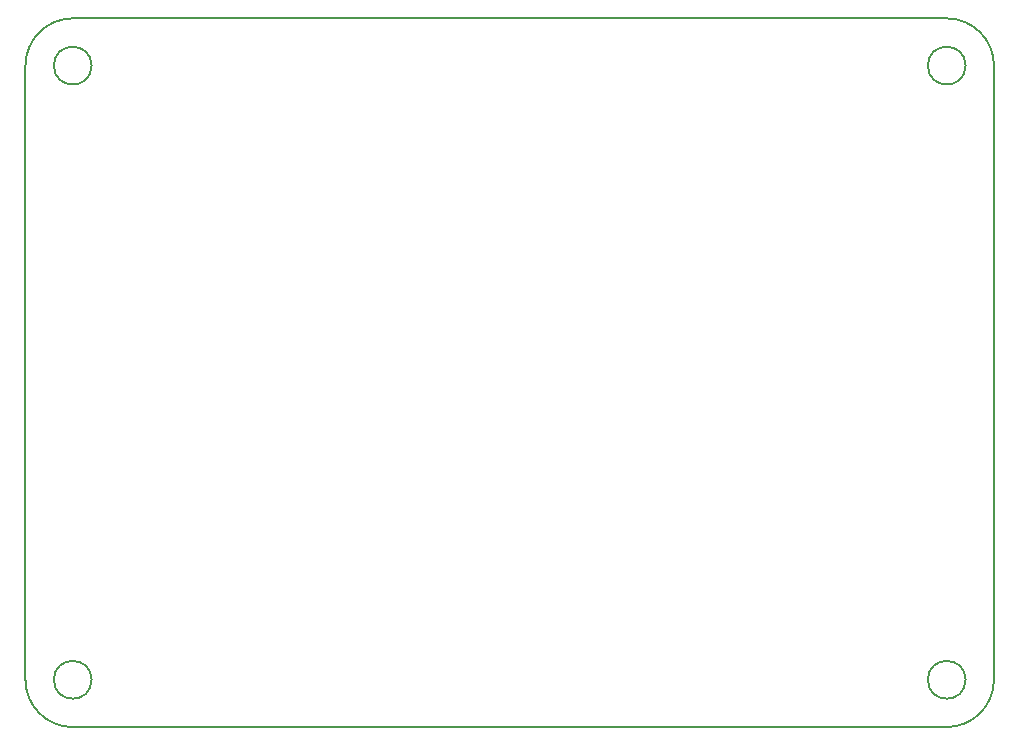
<source format=gbr>
%TF.GenerationSoftware,KiCad,Pcbnew,8.0.6*%
%TF.CreationDate,2024-11-05T11:01:03+02:00*%
%TF.ProjectId,PionController,50696f6e-436f-46e7-9472-6f6c6c65722e,rev?*%
%TF.SameCoordinates,Original*%
%TF.FileFunction,Profile,NP*%
%FSLAX46Y46*%
G04 Gerber Fmt 4.6, Leading zero omitted, Abs format (unit mm)*
G04 Created by KiCad (PCBNEW 8.0.6) date 2024-11-05 11:01:03*
%MOMM*%
%LPD*%
G01*
G04 APERTURE LIST*
%TA.AperFunction,Profile*%
%ADD10C,0.200000*%
%TD*%
G04 APERTURE END LIST*
D10*
X178000001Y-126649999D02*
X104000000Y-126649999D01*
X182000000Y-122649999D02*
G75*
G02*
X178000001Y-126650000I-4000000J-1D01*
G01*
X105600000Y-122649999D02*
G75*
G02*
X102400000Y-122649999I-1600000J0D01*
G01*
X102400000Y-122649999D02*
G75*
G02*
X105600000Y-122649999I1600000J0D01*
G01*
X100000000Y-70649999D02*
G75*
G02*
X104000000Y-66650000I4000000J-1D01*
G01*
X179600000Y-70649999D02*
G75*
G02*
X176400000Y-70649999I-1600000J0D01*
G01*
X176400000Y-70649999D02*
G75*
G02*
X179600000Y-70649999I1600000J0D01*
G01*
X182000000Y-70649999D02*
X182000000Y-122649999D01*
X104000000Y-66649999D02*
X178000000Y-66649999D01*
X105600000Y-70649999D02*
G75*
G02*
X102400000Y-70649999I-1600000J0D01*
G01*
X102400000Y-70649999D02*
G75*
G02*
X105600000Y-70649999I1600000J0D01*
G01*
X104000000Y-126649999D02*
G75*
G02*
X100000001Y-122650000I0J3999999D01*
G01*
X178000000Y-66649999D02*
G75*
G02*
X182000001Y-70649999I0J-4000001D01*
G01*
X179600000Y-122649999D02*
G75*
G02*
X176400000Y-122649999I-1600000J0D01*
G01*
X176400000Y-122649999D02*
G75*
G02*
X179600000Y-122649999I1600000J0D01*
G01*
X100000000Y-122650000D02*
X100000000Y-70649999D01*
M02*

</source>
